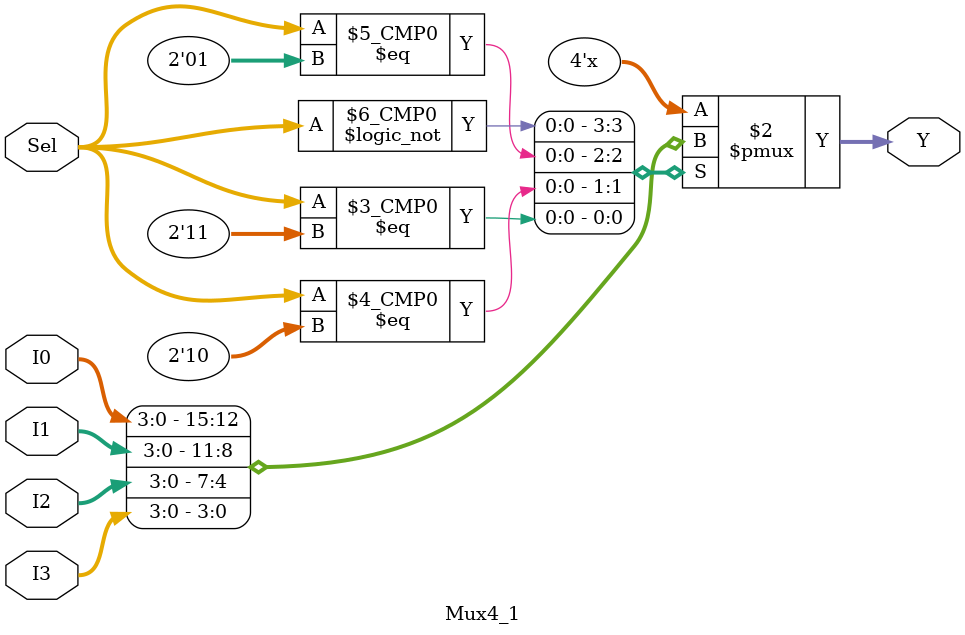
<source format=v>
`timescale 1ns / 1ps


module Mux4_1(
    input [3:0] I0,
    input [3:0] I1,
    input [3:0] I2,
    input [3:0] I3,
    input [1:0] Sel,
    output reg [3:0] Y
    );
    always @ (*)begin
        case(Sel)
        2'b00:  Y = I0;
        2'b01:  Y = I1;
        2'b10:  Y = I2;
        2'b11:  Y = I3;
        endcase
    end
endmodule

</source>
